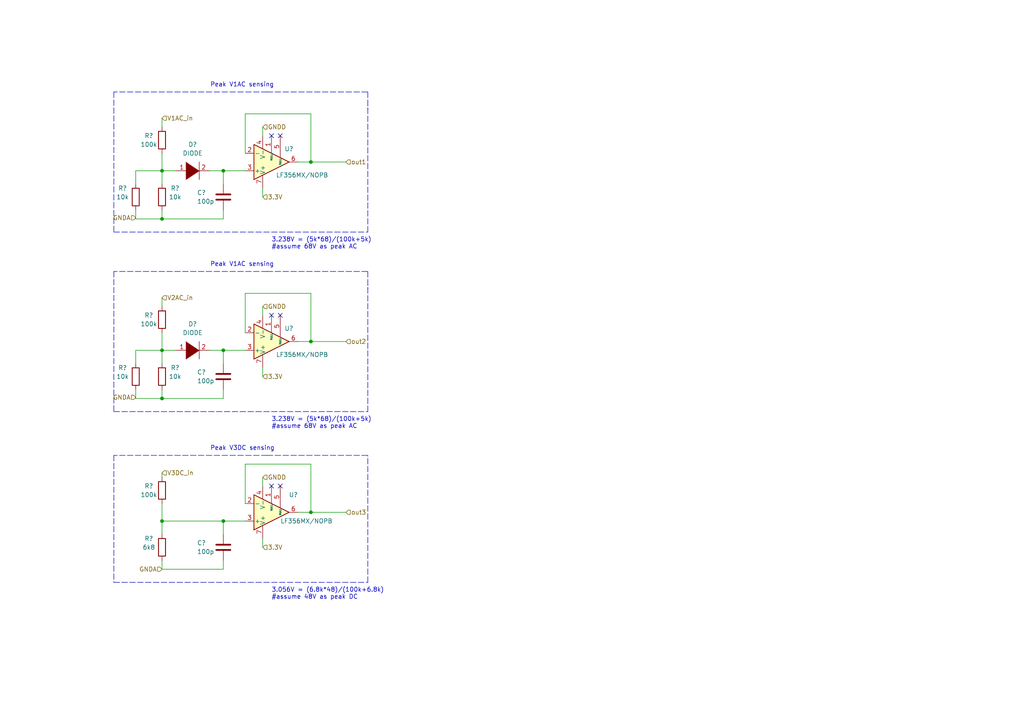
<source format=kicad_sch>
(kicad_sch (version 20211123) (generator eeschema)
  (paper "A4")
  (lib_symbols
    (symbol "Amplifier_Operational:LF356" (pin_names (offset 0.127))
      (property "Reference" "U" (at 0 6.35 0))
      (property "Value" "LF356" (at 0 3.81 0))
      (symbol "LF356_0_1"
        (polyline (pts (xy -5.08 5.08) (xy 5.08 0) (xy -5.08 -5.08) (xy -5.08 5.08)) (stroke (width 0.254)) (fill (type background)))
      )
      (symbol "LF356_1_1"
        (pin input line (at 0 -7.62 90) (length 5.08) (name "NULL") (number "1"))
        (pin input line (at -7.62 -2.54 0) (length 2.54) (name "-") (number "2"))
        (pin input line (at -7.62 2.54 0) (length 2.54) (name "+") (number "3"))
        (pin power_in line (at -2.54 -7.62 90) (length 3.81) (name "V-") (number "4"))
        (pin input line (at 2.54 -7.62 90) (length 6.35) (name "NULL") (number "5"))
        (pin output line (at 7.62 0 180) (length 2.54) (name "~") (number "6"))
        (pin power_in line (at -2.54 7.62 270) (length 3.81) (name "V+") (number "7"))
        (pin no_connect line (at 0 2.54 270) (length 2.54) hide (name "NC") (number "8"))
      )
    )
    (symbol "Device:C" (pin_numbers hide) (pin_names (offset 0.254))
      (property "Reference" "C" (at 0.635 2.54 0))
      (property "Value" "C" (at 0.635 -2.54 0))
      (symbol "C_0_1"
        (polyline (pts (xy -2.032 -0.762) (xy 2.032 -0.762)) (stroke (width 0.508)))
        (polyline (pts (xy -2.032 0.762) (xy 2.032 0.762)) (stroke (width 0.508)))
      )
      (symbol "C_1_1"
        (pin passive line (at 0 3.81 270) (length 2.794) (name "~") (number "1"))
        (pin passive line (at 0 -3.81 90) (length 2.794) (name "~") (number "2"))
      )
    )
    (symbol "Device:R" (pin_numbers hide) (pin_names (offset 0))
      (property "Reference" "R" (at 2.032 0 90))
      (property "Value" "R" (at 0 0 90))
      (symbol "R_0_1"
        (rectangle (start -1.016 -2.54) (end 1.016 2.54) (stroke (width 0.254)))
      )
      (symbol "R_1_1"
        (pin passive line (at 0 3.81 270) (length 1.27) (name "~") (number "1"))
        (pin passive line (at 0 -3.81 90) (length 1.27) (name "~") (number "2"))
      )
    )
    (symbol "pspice:DIODE" (pin_names (offset 1.016) hide)
      (property "Reference" "D" (at 0 3.81 0))
      (property "Value" "DIODE" (at 0 -4.445 0))
      (symbol "DIODE_0_1"
        (polyline (pts (xy 1.905 2.54) (xy 1.905 -2.54)))
        (polyline (pts (xy -1.905 2.54) (xy -1.905 -2.54) (xy 1.905 0)) (fill (type outline)))
      )
      (symbol "DIODE_1_1"
        (pin input line (at -5.08 0 0) (length 3.81) (name "K") (number "1"))
        (pin input line (at 5.08 0 180) (length 3.81) (name "A") (number "2"))
      )
    )
  )
  (junction (at 90.17 148.59))
  (junction (at 46.99 63.5))
  (junction (at 64.77 151.13))
  (junction (at 46.99 101.6))
  (junction (at 90.17 46.99))
  (junction (at 64.77 101.6))
  (junction (at 46.99 115.57))
  (junction (at 46.99 151.13))
  (junction (at 64.77 49.53))
  (junction (at 90.17 99.06))
  (junction (at 46.99 49.53))
  (no_connect (at 81.28 91.44))
  (no_connect (at 78.74 39.37))
  (no_connect (at 78.74 91.44))
  (no_connect (at 81.28 140.97))
  (no_connect (at 78.74 140.97))
  (no_connect (at 81.28 39.37))
  (polyline (pts (xy 33.02 119.38) (xy 106.68 119.38)))
  (wire (pts (xy 71.12 134.62) (xy 90.17 134.62)))
  (polyline (pts (xy 106.68 26.67) (xy 106.68 31.75)))
  (wire (pts (xy 60.96 101.6) (xy 64.77 101.6)))
  (wire (pts (xy 64.77 101.6) (xy 71.12 101.6)))
  (polyline (pts (xy 77.47 132.08) (xy 106.68 132.08)))
  (polyline (pts (xy 33.02 132.08) (xy 33.02 168.91)))
  (wire (pts (xy 39.37 115.57) (xy 46.99 115.57)))
  (wire (pts (xy 46.99 34.29) (xy 46.99 36.83)))
  (wire (pts (xy 46.99 49.53) (xy 50.8 49.53)))
  (wire (pts (xy 46.99 63.5) (xy 64.77 63.5)))
  (polyline (pts (xy 77.47 78.74) (xy 106.68 78.74)))
  (wire (pts (xy 76.2 36.83) (xy 76.2 39.37)))
  (wire (pts (xy 46.99 165.1) (xy 64.77 165.1)))
  (wire (pts (xy 46.99 113.03) (xy 46.99 115.57)))
  (wire (pts (xy 46.99 49.53) (xy 39.37 49.53)))
  (polyline (pts (xy 77.47 26.67) (xy 106.68 26.67)))
  (wire (pts (xy 64.77 49.53) (xy 71.12 49.53)))
  (wire (pts (xy 76.2 88.9) (xy 76.2 91.44)))
  (wire (pts (xy 46.99 44.45) (xy 46.99 49.53)))
  (wire (pts (xy 46.99 115.57) (xy 64.77 115.57)))
  (wire (pts (xy 64.77 63.5) (xy 64.77 60.96)))
  (wire (pts (xy 46.99 146.05) (xy 46.99 151.13)))
  (wire (pts (xy 46.99 101.6) (xy 39.37 101.6)))
  (polyline (pts (xy 106.68 168.91) (xy 106.68 132.08)))
  (wire (pts (xy 64.77 101.6) (xy 64.77 105.41)))
  (wire (pts (xy 71.12 85.09) (xy 90.17 85.09)))
  (wire (pts (xy 90.17 99.06) (xy 100.33 99.06)))
  (polyline (pts (xy 106.68 119.38) (xy 106.68 82.55)))
  (wire (pts (xy 46.99 101.6) (xy 50.8 101.6)))
  (wire (pts (xy 64.77 49.53) (xy 64.77 53.34)))
  (wire (pts (xy 76.2 106.68) (xy 76.2 109.22)))
  (wire (pts (xy 60.96 49.53) (xy 64.77 49.53)))
  (wire (pts (xy 90.17 85.09) (xy 90.17 99.06)))
  (polyline (pts (xy 106.68 78.74) (xy 106.68 83.82)))
  (wire (pts (xy 64.77 151.13) (xy 71.12 151.13)))
  (polyline (pts (xy 33.02 26.67) (xy 33.02 67.31)))
  (polyline (pts (xy 77.47 26.67) (xy 33.02 26.67)))
  (wire (pts (xy 71.12 134.62) (xy 71.12 146.05)))
  (polyline (pts (xy 33.02 67.31) (xy 106.68 67.31)))
  (wire (pts (xy 90.17 148.59) (xy 100.33 148.59)))
  (wire (pts (xy 46.99 49.53) (xy 46.99 53.34)))
  (wire (pts (xy 46.99 151.13) (xy 46.99 154.94)))
  (wire (pts (xy 64.77 151.13) (xy 64.77 154.94)))
  (wire (pts (xy 46.99 151.13) (xy 64.77 151.13)))
  (wire (pts (xy 39.37 101.6) (xy 39.37 105.41)))
  (wire (pts (xy 39.37 113.03) (xy 39.37 115.57)))
  (wire (pts (xy 64.77 115.57) (xy 64.77 113.03)))
  (polyline (pts (xy 77.47 78.74) (xy 33.02 78.74)))
  (wire (pts (xy 71.12 33.02) (xy 90.17 33.02)))
  (wire (pts (xy 76.2 156.21) (xy 76.2 158.75)))
  (wire (pts (xy 86.36 148.59) (xy 90.17 148.59)))
  (wire (pts (xy 39.37 49.53) (xy 39.37 53.34)))
  (polyline (pts (xy 33.02 78.74) (xy 33.02 119.38)))
  (wire (pts (xy 46.99 60.96) (xy 46.99 63.5)))
  (wire (pts (xy 46.99 162.56) (xy 46.99 165.1)))
  (polyline (pts (xy 33.02 168.91) (xy 106.68 168.91)))
  (polyline (pts (xy 77.47 132.08) (xy 33.02 132.08)))
  (wire (pts (xy 71.12 44.45) (xy 71.12 33.02)))
  (wire (pts (xy 46.99 137.16) (xy 46.99 138.43)))
  (wire (pts (xy 46.99 86.36) (xy 46.99 88.9)))
  (wire (pts (xy 76.2 54.61) (xy 76.2 57.15)))
  (wire (pts (xy 46.99 101.6) (xy 46.99 105.41)))
  (wire (pts (xy 76.2 138.43) (xy 76.2 140.97)))
  (wire (pts (xy 86.36 99.06) (xy 90.17 99.06)))
  (wire (pts (xy 90.17 134.62) (xy 90.17 148.59)))
  (wire (pts (xy 90.17 46.99) (xy 100.33 46.99)))
  (wire (pts (xy 39.37 63.5) (xy 46.99 63.5)))
  (wire (pts (xy 90.17 33.02) (xy 90.17 46.99)))
  (wire (pts (xy 86.36 46.99) (xy 90.17 46.99)))
  (wire (pts (xy 64.77 165.1) (xy 64.77 162.56)))
  (polyline (pts (xy 106.68 67.31) (xy 106.68 30.48)))
  (wire (pts (xy 46.99 96.52) (xy 46.99 101.6)))
  (wire (pts (xy 71.12 96.52) (xy 71.12 85.09)))
  (wire (pts (xy 39.37 60.96) (xy 39.37 63.5)))
  (text "3.056V = (6.8k*48)/(100k+6.8k)\n#assume 48V as peak DC" (at 78.74 173.99 0) (effects (font (size 1.27 1.27)) (justify left bottom)))
  (text "Peak V1AC sensing" (at 60.96 77.47 0) (effects (font (size 1.27 1.27)) (justify left bottom)))
  (text "3.238V = (5k*68)/(100k+5k)\n#assume 68V as peak AC" (at 78.74 72.39 0) (effects (font (size 1.27 1.27)) (justify left bottom)))
  (text "Peak V3DC sensing" (at 60.96 130.81 0) (effects (font (size 1.27 1.27)) (justify left bottom)))
  (text "3.238V = (5k*68)/(100k+5k)\n#assume 68V as peak AC" (at 78.74 124.46 0) (effects (font (size 1.27 1.27)) (justify left bottom)))
  (text "Peak V1AC sensing" (at 60.96 25.4 0) (effects (font (size 1.27 1.27)) (justify left bottom)))
  (hierarchical_label "V2AC_in" (shape input) (at 46.99 86.36 0))
  (hierarchical_label "out2" (shape input) (at 100.33 99.06 0))
  (hierarchical_label "3.3V" (shape input) (at 76.2 109.22 0))
  (hierarchical_label "out1" (shape input) (at 100.33 46.99 0))
  (hierarchical_label "V3DC_in" (shape input) (at 46.99 137.16 0))
  (hierarchical_label "GNDA" (shape input) (at 46.99 165.1 180))
  (hierarchical_label "GNDA" (shape input) (at 39.37 63.1796 180))
  (hierarchical_label "GNDD" (shape input) (at 76.2 138.43 0))
  (hierarchical_label "out3" (shape input) (at 100.33 148.59 0))
  (hierarchical_label "3.3V" (shape input) (at 76.2 57.15 0))
  (hierarchical_label "3.3V" (shape input) (at 76.2 158.75 0))
  (hierarchical_label "V1AC_in" (shape input) (at 46.99 34.29 0))
  (hierarchical_label "GNDD" (shape input) (at 76.2 36.83 0))
  (hierarchical_label "GNDA" (shape input) (at 39.37 115.2496 180))
  (hierarchical_label "GNDD" (shape input) (at 76.2 88.9 0))
  (symbol (lib_id "Amplifier_Operational:LF356") (at 78.74 148.59 0) (mirror x) (unit 1)
    (property "Reference" "U?" (at 85.09 143.51 0))
    (property "Value" "LF356MX/NOPB" (at 88.9 151.13 0))
    (property "Datasheet" "http://www.ti.com/lit/ds/symlink/lf357.pdf" (effects hide))
  )
  (symbol (lib_id "Device:R") (at 46.99 57.15 180) (unit 1)
    (property "Reference" "R?" (at 50.8 54.61 0))
    (property "Value" "10k" (at 50.8 57.15 0))
  )
  (symbol (lib_id "Device:C") (at 64.77 158.75 0) (unit 1)
    (property "Reference" "C?" (at 57.15 157.48 0) (effects (justify left)))
    (property "Value" "100p" (at 57.15 160.02 0) (effects (justify left)))
  )
  (symbol (lib_id "Device:C") (at 64.77 109.22 0) (unit 1)
    (property "Reference" "C?" (at 57.15 107.95 0) (effects (justify left)))
    (property "Value" "100p" (at 57.15 110.49 0) (effects (justify left)))
  )
  (symbol (lib_id "Device:C") (at 64.77 57.15 0) (unit 1)
    (property "Reference" "C?" (at 57.15 55.88 0) (effects (justify left)))
    (property "Value" "100p" (at 57.15 58.42 0) (effects (justify left)))
  )
  (symbol (lib_id "Device:R") (at 39.37 109.22 180) (unit 1)
    (property "Reference" "R?" (at 35.56 106.68 0))
    (property "Value" "10k" (at 35.56 109.22 0))
  )
  (symbol (lib_id "Device:R") (at 46.99 109.22 180) (unit 1)
    (property "Reference" "R?" (at 50.8 106.68 0))
    (property "Value" "10k" (at 50.8 109.22 0))
  )
  (symbol (lib_id "Device:R") (at 46.99 142.24 180) (unit 1)
    (property "Reference" "R?" (at 43.18 140.97 0))
    (property "Value" "100k" (at 43.18 143.51 0))
  )
  (symbol (lib_id "pspice:DIODE") (at 55.88 49.53 0) (unit 1)
    (property "Reference" "D?" (at 55.88 41.91 0))
    (property "Value" "DIODE" (at 55.88 44.45 0))
  )
  (symbol (lib_id "Device:R") (at 46.99 158.75 180) (unit 1)
    (property "Reference" "R?" (at 43.18 156.21 0))
    (property "Value" "6k8" (at 43.18 158.75 0))
  )
  (symbol (lib_id "Device:R") (at 46.99 40.64 180) (unit 1)
    (property "Reference" "R?" (at 43.18 39.37 0))
    (property "Value" "100k" (at 43.18 41.91 0))
  )
  (symbol (lib_id "pspice:DIODE") (at 55.88 101.6 0) (unit 1)
    (property "Reference" "D?" (at 55.88 93.98 0))
    (property "Value" "DIODE" (at 55.88 96.52 0))
  )
  (symbol (lib_id "Amplifier_Operational:LF356") (at 78.74 46.99 0) (mirror x) (unit 1)
    (property "Reference" "U?" (at 83.82 43.18 0))
    (property "Value" "LF356MX/NOPB" (at 87.63 50.8 0))
    (property "Datasheet" "http://www.ti.com/lit/ds/symlink/lf357.pdf" (effects hide))
  )
  (symbol (lib_id "Device:R") (at 46.99 92.71 180) (unit 1)
    (property "Reference" "R?" (at 43.18 91.44 0))
    (property "Value" "100k" (at 43.18 93.98 0))
  )
  (symbol (lib_id "Amplifier_Operational:LF356") (at 78.74 99.06 0) (mirror x) (unit 1)
    (property "Reference" "U?" (at 83.82 95.25 0))
    (property "Value" "LF356MX/NOPB" (at 87.63 102.87 0))
    (property "Datasheet" "http://www.ti.com/lit/ds/symlink/lf357.pdf" (effects hide))
  )
  (symbol (lib_id "Device:R") (at 39.37 57.15 180) (unit 1)
    (property "Reference" "R?" (at 35.56 54.61 0))
    (property "Value" "10k" (at 35.56 57.15 0))
  )
)
</source>
